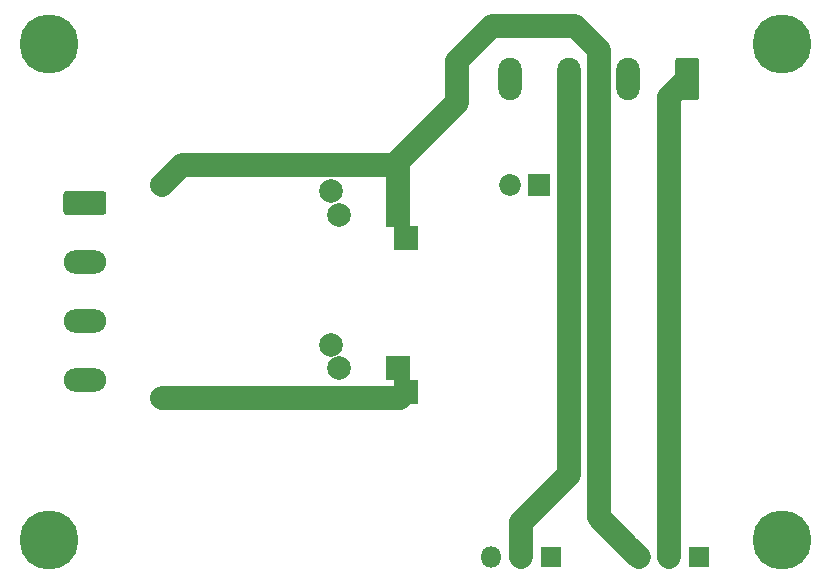
<source format=gbl>
G04 #@! TF.GenerationSoftware,KiCad,Pcbnew,(5.1.2)-2*
G04 #@! TF.CreationDate,2020-01-06T22:07:24+01:00*
G04 #@! TF.ProjectId,psu,7073752e-6b69-4636-9164-5f7063625858,rev?*
G04 #@! TF.SameCoordinates,Original*
G04 #@! TF.FileFunction,Copper,L2,Bot*
G04 #@! TF.FilePolarity,Positive*
%FSLAX46Y46*%
G04 Gerber Fmt 4.6, Leading zero omitted, Abs format (unit mm)*
G04 Created by KiCad (PCBNEW (5.1.2)-2) date 2020-01-06 22:07:24*
%MOMM*%
%LPD*%
G04 APERTURE LIST*
%ADD10C,5.000000*%
%ADD11R,2.000000X2.000000*%
%ADD12C,2.000000*%
%ADD13C,0.100000*%
%ADD14O,3.600000X2.000000*%
%ADD15O,2.000000X3.600000*%
%ADD16C,1.850000*%
%ADD17R,1.850000X1.850000*%
%ADD18O,1.800000X1.800000*%
%ADD19R,1.800000X1.800000*%
%ADD20C,2.000000*%
G04 APERTURE END LIST*
D10*
X24000000Y-66000000D03*
X86000000Y-66000000D03*
X86000000Y-24000000D03*
X24000000Y-24000000D03*
D11*
X53500000Y-38500000D03*
D12*
X48500000Y-38500000D03*
D11*
X54172144Y-40500000D03*
D12*
X47827856Y-36500000D03*
X47827856Y-49500000D03*
D11*
X54172144Y-53500000D03*
D12*
X48500000Y-51500000D03*
D11*
X53500000Y-51500000D03*
D13*
G36*
X28574504Y-36501204D02*
G01*
X28598773Y-36504804D01*
X28622571Y-36510765D01*
X28645671Y-36519030D01*
X28667849Y-36529520D01*
X28688893Y-36542133D01*
X28708598Y-36556747D01*
X28726777Y-36573223D01*
X28743253Y-36591402D01*
X28757867Y-36611107D01*
X28770480Y-36632151D01*
X28780970Y-36654329D01*
X28789235Y-36677429D01*
X28795196Y-36701227D01*
X28798796Y-36725496D01*
X28800000Y-36750000D01*
X28800000Y-38250000D01*
X28798796Y-38274504D01*
X28795196Y-38298773D01*
X28789235Y-38322571D01*
X28780970Y-38345671D01*
X28770480Y-38367849D01*
X28757867Y-38388893D01*
X28743253Y-38408598D01*
X28726777Y-38426777D01*
X28708598Y-38443253D01*
X28688893Y-38457867D01*
X28667849Y-38470480D01*
X28645671Y-38480970D01*
X28622571Y-38489235D01*
X28598773Y-38495196D01*
X28574504Y-38498796D01*
X28550000Y-38500000D01*
X25450000Y-38500000D01*
X25425496Y-38498796D01*
X25401227Y-38495196D01*
X25377429Y-38489235D01*
X25354329Y-38480970D01*
X25332151Y-38470480D01*
X25311107Y-38457867D01*
X25291402Y-38443253D01*
X25273223Y-38426777D01*
X25256747Y-38408598D01*
X25242133Y-38388893D01*
X25229520Y-38367849D01*
X25219030Y-38345671D01*
X25210765Y-38322571D01*
X25204804Y-38298773D01*
X25201204Y-38274504D01*
X25200000Y-38250000D01*
X25200000Y-36750000D01*
X25201204Y-36725496D01*
X25204804Y-36701227D01*
X25210765Y-36677429D01*
X25219030Y-36654329D01*
X25229520Y-36632151D01*
X25242133Y-36611107D01*
X25256747Y-36591402D01*
X25273223Y-36573223D01*
X25291402Y-36556747D01*
X25311107Y-36542133D01*
X25332151Y-36529520D01*
X25354329Y-36519030D01*
X25377429Y-36510765D01*
X25401227Y-36504804D01*
X25425496Y-36501204D01*
X25450000Y-36500000D01*
X28550000Y-36500000D01*
X28574504Y-36501204D01*
X28574504Y-36501204D01*
G37*
D12*
X27000000Y-37500000D03*
D14*
X27000000Y-42500000D03*
X27000000Y-47500000D03*
X27000000Y-52500000D03*
D15*
X63000000Y-27000000D03*
X68000000Y-27000000D03*
X73000000Y-27000000D03*
D13*
G36*
X78774504Y-25201204D02*
G01*
X78798773Y-25204804D01*
X78822571Y-25210765D01*
X78845671Y-25219030D01*
X78867849Y-25229520D01*
X78888893Y-25242133D01*
X78908598Y-25256747D01*
X78926777Y-25273223D01*
X78943253Y-25291402D01*
X78957867Y-25311107D01*
X78970480Y-25332151D01*
X78980970Y-25354329D01*
X78989235Y-25377429D01*
X78995196Y-25401227D01*
X78998796Y-25425496D01*
X79000000Y-25450000D01*
X79000000Y-28550000D01*
X78998796Y-28574504D01*
X78995196Y-28598773D01*
X78989235Y-28622571D01*
X78980970Y-28645671D01*
X78970480Y-28667849D01*
X78957867Y-28688893D01*
X78943253Y-28708598D01*
X78926777Y-28726777D01*
X78908598Y-28743253D01*
X78888893Y-28757867D01*
X78867849Y-28770480D01*
X78845671Y-28780970D01*
X78822571Y-28789235D01*
X78798773Y-28795196D01*
X78774504Y-28798796D01*
X78750000Y-28800000D01*
X77250000Y-28800000D01*
X77225496Y-28798796D01*
X77201227Y-28795196D01*
X77177429Y-28789235D01*
X77154329Y-28780970D01*
X77132151Y-28770480D01*
X77111107Y-28757867D01*
X77091402Y-28743253D01*
X77073223Y-28726777D01*
X77056747Y-28708598D01*
X77042133Y-28688893D01*
X77029520Y-28667849D01*
X77019030Y-28645671D01*
X77010765Y-28622571D01*
X77004804Y-28598773D01*
X77001204Y-28574504D01*
X77000000Y-28550000D01*
X77000000Y-25450000D01*
X77001204Y-25425496D01*
X77004804Y-25401227D01*
X77010765Y-25377429D01*
X77019030Y-25354329D01*
X77029520Y-25332151D01*
X77042133Y-25311107D01*
X77056747Y-25291402D01*
X77073223Y-25273223D01*
X77091402Y-25256747D01*
X77111107Y-25242133D01*
X77132151Y-25229520D01*
X77154329Y-25219030D01*
X77177429Y-25210765D01*
X77201227Y-25204804D01*
X77225496Y-25201204D01*
X77250000Y-25200000D01*
X78750000Y-25200000D01*
X78774504Y-25201204D01*
X78774504Y-25201204D01*
G37*
D12*
X78000000Y-27000000D03*
D16*
X63000000Y-36000000D03*
D17*
X65500000Y-36000000D03*
D18*
X73920000Y-67500000D03*
X76460000Y-67500000D03*
D19*
X79000000Y-67500000D03*
X66500000Y-67500000D03*
D18*
X63960000Y-67500000D03*
X61420000Y-67500000D03*
D12*
X33500000Y-36000000D03*
X33500000Y-54000000D03*
D20*
X33500000Y-36000000D02*
X35200001Y-34299999D01*
X70520000Y-24520000D02*
X70520000Y-64100000D01*
X53200001Y-34299999D02*
X58500000Y-29000000D01*
X73020001Y-66600001D02*
X73920000Y-67500000D01*
X35200001Y-34299999D02*
X53200001Y-34299999D01*
X58500000Y-29000000D02*
X58500000Y-25500000D01*
X58500000Y-25500000D02*
X61500000Y-22500000D01*
X70520000Y-64100000D02*
X73020001Y-66600001D01*
X61500000Y-22500000D02*
X68500000Y-22500000D01*
X68500000Y-22500000D02*
X70520000Y-24520000D01*
X53500000Y-34599998D02*
X53500000Y-38500000D01*
X53200001Y-34299999D02*
X53500000Y-34599998D01*
X53672144Y-54000000D02*
X54172144Y-53500000D01*
X33500000Y-54000000D02*
X53672144Y-54000000D01*
X76460000Y-28540000D02*
X78000000Y-27000000D01*
X76460000Y-67500000D02*
X76460000Y-28540000D01*
X68000000Y-27000000D02*
X68000000Y-60500000D01*
X63960000Y-64540000D02*
X63960000Y-67500000D01*
X68000000Y-60500000D02*
X63960000Y-64540000D01*
M02*

</source>
